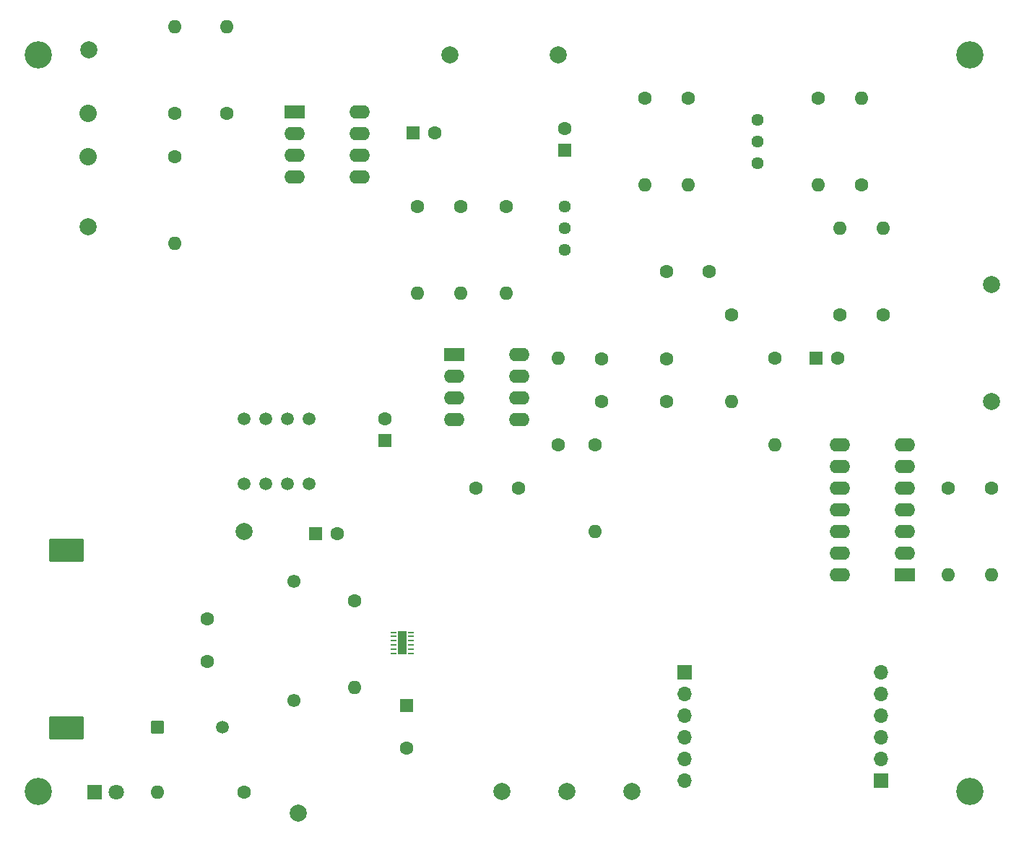
<source format=gbr>
%TF.GenerationSoftware,KiCad,Pcbnew,7.0.10*%
%TF.CreationDate,2024-01-17T14:59:58-08:00*%
%TF.ProjectId,P1.2,50312e32-2e6b-4696-9361-645f70636258,rev?*%
%TF.SameCoordinates,Original*%
%TF.FileFunction,Soldermask,Top*%
%TF.FilePolarity,Negative*%
%FSLAX46Y46*%
G04 Gerber Fmt 4.6, Leading zero omitted, Abs format (unit mm)*
G04 Created by KiCad (PCBNEW 7.0.10) date 2024-01-17 14:59:58*
%MOMM*%
%LPD*%
G01*
G04 APERTURE LIST*
G04 Aperture macros list*
%AMRoundRect*
0 Rectangle with rounded corners*
0 $1 Rounding radius*
0 $2 $3 $4 $5 $6 $7 $8 $9 X,Y pos of 4 corners*
0 Add a 4 corners polygon primitive as box body*
4,1,4,$2,$3,$4,$5,$6,$7,$8,$9,$2,$3,0*
0 Add four circle primitives for the rounded corners*
1,1,$1+$1,$2,$3*
1,1,$1+$1,$4,$5*
1,1,$1+$1,$6,$7*
1,1,$1+$1,$8,$9*
0 Add four rect primitives between the rounded corners*
20,1,$1+$1,$2,$3,$4,$5,0*
20,1,$1+$1,$4,$5,$6,$7,0*
20,1,$1+$1,$6,$7,$8,$9,0*
20,1,$1+$1,$8,$9,$2,$3,0*%
G04 Aperture macros list end*
%ADD10R,2.400000X1.600000*%
%ADD11O,2.400000X1.600000*%
%ADD12C,2.000000*%
%ADD13C,1.600000*%
%ADD14O,1.600000X1.600000*%
%ADD15C,1.507998*%
%ADD16R,1.700000X1.700000*%
%ADD17O,1.700000X1.700000*%
%ADD18RoundRect,0.102000X-0.654000X-0.654000X0.654000X-0.654000X0.654000X0.654000X-0.654000X0.654000X0*%
%ADD19C,1.512000*%
%ADD20C,2.032000*%
%ADD21C,3.200000*%
%ADD22R,1.600000X1.600000*%
%ADD23C,1.440000*%
%ADD24RoundRect,0.102000X1.905000X-1.270000X1.905000X1.270000X-1.905000X1.270000X-1.905000X-1.270000X0*%
%ADD25R,1.800000X1.800000*%
%ADD26C,1.800000*%
%ADD27C,1.554000*%
%ADD28R,0.660400X0.254000*%
%ADD29R,1.092200X2.743200*%
G04 APERTURE END LIST*
D10*
%TO.C,U1*%
X113885944Y-65074900D03*
D11*
X113885944Y-67614900D03*
X113885944Y-70154900D03*
X113885944Y-72694900D03*
X121505944Y-72694900D03*
X121505944Y-70154900D03*
X121505944Y-67614900D03*
X121505944Y-65074900D03*
%TD*%
D12*
%TO.C,J4*%
X138176000Y-144780000D03*
%TD*%
D13*
%TO.C,C9*%
X149860000Y-94060000D03*
X149860000Y-99060000D03*
%TD*%
D12*
%TO.C,J14*%
X195581000Y-85290588D03*
%TD*%
%TO.C,J9*%
X195580000Y-99060000D03*
%TD*%
D13*
%TO.C,R8*%
X144780000Y-104140000D03*
D14*
X144780000Y-93980000D03*
%TD*%
D12*
%TO.C,J2*%
X89715944Y-78523271D03*
%TD*%
D13*
%TO.C,R24*%
X180340000Y-73660000D03*
D14*
X180340000Y-63500000D03*
%TD*%
D15*
%TO.C,U4*%
X107950000Y-108646600D03*
X110490000Y-108646600D03*
X113030000Y-108646600D03*
X115570000Y-108646600D03*
X115570000Y-101026600D03*
X113030000Y-101026600D03*
X110490000Y-101026600D03*
X107950000Y-101026600D03*
%TD*%
D16*
%TO.C,J12*%
X182626000Y-143485000D03*
D17*
X182626000Y-140945000D03*
X182626000Y-138405000D03*
X182626000Y-135865000D03*
X182626000Y-133325000D03*
X182626000Y-130785000D03*
%TD*%
D13*
%TO.C,R2*%
X105971944Y-65240000D03*
D14*
X105971944Y-55080000D03*
%TD*%
D18*
%TO.C,SW1*%
X97790000Y-137240000D03*
D19*
X105410000Y-137240000D03*
%TD*%
D20*
%TO.C,J6*%
X89715944Y-65240000D03*
X89715944Y-70320000D03*
%TD*%
D12*
%TO.C,J11*%
X107950000Y-114300000D03*
%TD*%
D16*
%TO.C,J13*%
X159626000Y-130785000D03*
D17*
X159626000Y-133325000D03*
X159626000Y-135865000D03*
X159626000Y-138405000D03*
X159626000Y-140945000D03*
X159626000Y-143485000D03*
%TD*%
D13*
%TO.C,R23*%
X175260000Y-63500000D03*
D14*
X175260000Y-73660000D03*
%TD*%
D13*
%TO.C,R9*%
X154940000Y-63500000D03*
D14*
X154940000Y-73660000D03*
%TD*%
D13*
%TO.C,R12*%
X149098000Y-104140000D03*
D14*
X149098000Y-114300000D03*
%TD*%
D21*
%TO.C,H2*%
X193040000Y-58420000D03*
%TD*%
D12*
%TO.C,J1*%
X89792000Y-57820588D03*
%TD*%
D21*
%TO.C,H4*%
X193040000Y-144780000D03*
%TD*%
D13*
%TO.C,C1*%
X103632000Y-129536063D03*
X103632000Y-124536063D03*
%TD*%
D22*
%TO.C,C4*%
X145542000Y-69531113D03*
D13*
X145542000Y-67031113D03*
%TD*%
D12*
%TO.C,J3*%
X145796000Y-144780000D03*
%TD*%
D21*
%TO.C,H3*%
X83820000Y-144780000D03*
%TD*%
D13*
%TO.C,R28*%
X182880000Y-88900000D03*
D14*
X182880000Y-78740000D03*
%TD*%
D13*
%TO.C,R22*%
X177800000Y-88900000D03*
D14*
X177800000Y-78740000D03*
%TD*%
D23*
%TO.C,R13*%
X145542000Y-81280000D03*
X145542000Y-78740000D03*
X145542000Y-76200000D03*
%TD*%
D13*
%TO.C,R21*%
X170180000Y-93980000D03*
D14*
X170180000Y-104140000D03*
%TD*%
D22*
%TO.C,C11*%
X175070888Y-93980000D03*
D13*
X177570888Y-93980000D03*
%TD*%
D22*
%TO.C,C2*%
X127826888Y-67564000D03*
D13*
X130326888Y-67564000D03*
%TD*%
D24*
%TO.C,BT1*%
X87175944Y-137325963D03*
X87175944Y-116495963D03*
%TD*%
D13*
%TO.C,R5*%
X128270000Y-76200000D03*
D14*
X128270000Y-86360000D03*
%TD*%
D13*
%TO.C,R3*%
X99875944Y-70320000D03*
D14*
X99875944Y-80480000D03*
%TD*%
D22*
%TO.C,C5*%
X116396888Y-114554000D03*
D13*
X118896888Y-114554000D03*
%TD*%
D12*
%TO.C,J7*%
X132080000Y-58420000D03*
%TD*%
D10*
%TO.C,U3*%
X132598000Y-93482000D03*
D11*
X132598000Y-96022000D03*
X132598000Y-98562000D03*
X132598000Y-101102000D03*
X140218000Y-101102000D03*
X140218000Y-98562000D03*
X140218000Y-96022000D03*
X140218000Y-93482000D03*
%TD*%
D13*
%TO.C,C10*%
X157480000Y-94060000D03*
X157480000Y-99060000D03*
%TD*%
%TO.C,R30*%
X190500000Y-109220000D03*
D14*
X190500000Y-119380000D03*
%TD*%
D23*
%TO.C,R26*%
X168148000Y-71120000D03*
X168148000Y-68580000D03*
X168148000Y-66040000D03*
%TD*%
D12*
%TO.C,J8*%
X144780000Y-58420000D03*
%TD*%
D22*
%TO.C,C6*%
X124460000Y-103567113D03*
D13*
X124460000Y-101067113D03*
%TD*%
%TO.C,C8*%
X157520000Y-83820000D03*
X162520000Y-83820000D03*
%TD*%
%TO.C,R4*%
X120904000Y-122428000D03*
D14*
X120904000Y-132588000D03*
%TD*%
D10*
%TO.C,U5*%
X185420000Y-119385000D03*
D11*
X185420000Y-116845000D03*
X185420000Y-114305000D03*
X185420000Y-111765000D03*
X185420000Y-109225000D03*
X185420000Y-106685000D03*
X185420000Y-104145000D03*
X177800000Y-104145000D03*
X177800000Y-106685000D03*
X177800000Y-109225000D03*
X177800000Y-111765000D03*
X177800000Y-114305000D03*
X177800000Y-116845000D03*
X177800000Y-119385000D03*
%TD*%
D13*
%TO.C,R7*%
X138684000Y-76200000D03*
D14*
X138684000Y-86360000D03*
%TD*%
D21*
%TO.C,H1*%
X83820000Y-58420000D03*
%TD*%
D13*
%TO.C,R10*%
X160020000Y-63500000D03*
D14*
X160020000Y-73660000D03*
%TD*%
D25*
%TO.C,D1*%
X90419000Y-144860000D03*
D26*
X92959000Y-144860000D03*
%TD*%
D12*
%TO.C,J5*%
X153416000Y-144780000D03*
%TD*%
%TO.C,J10*%
X114300000Y-147320000D03*
%TD*%
D13*
%TO.C,R31*%
X107950000Y-144860000D03*
D14*
X97790000Y-144860000D03*
%TD*%
D22*
%TO.C,C3*%
X127000000Y-134700000D03*
D13*
X127000000Y-139700000D03*
%TD*%
D27*
%TO.C,L1*%
X113792000Y-120076063D03*
X113792000Y-134076063D03*
%TD*%
D13*
%TO.C,R29*%
X195580000Y-109220000D03*
D14*
X195580000Y-119380000D03*
%TD*%
D28*
%TO.C,U2*%
X125463300Y-126079748D03*
X125463300Y-126579874D03*
X125463300Y-127080000D03*
X125463300Y-127580126D03*
X125463300Y-128080252D03*
X125463300Y-128580378D03*
X127520700Y-128580378D03*
X127520700Y-128080252D03*
X127520700Y-127580126D03*
X127520700Y-127080000D03*
X127520700Y-126579874D03*
X127520700Y-126079748D03*
D29*
X126492000Y-127330063D03*
%TD*%
D13*
%TO.C,C7*%
X135168000Y-109220000D03*
X140168000Y-109220000D03*
%TD*%
%TO.C,R11*%
X165100000Y-88900000D03*
D14*
X165100000Y-99060000D03*
%TD*%
D13*
%TO.C,R1*%
X99875944Y-65240000D03*
D14*
X99875944Y-55080000D03*
%TD*%
D13*
%TO.C,R6*%
X133350000Y-76200000D03*
D14*
X133350000Y-86360000D03*
%TD*%
M02*

</source>
